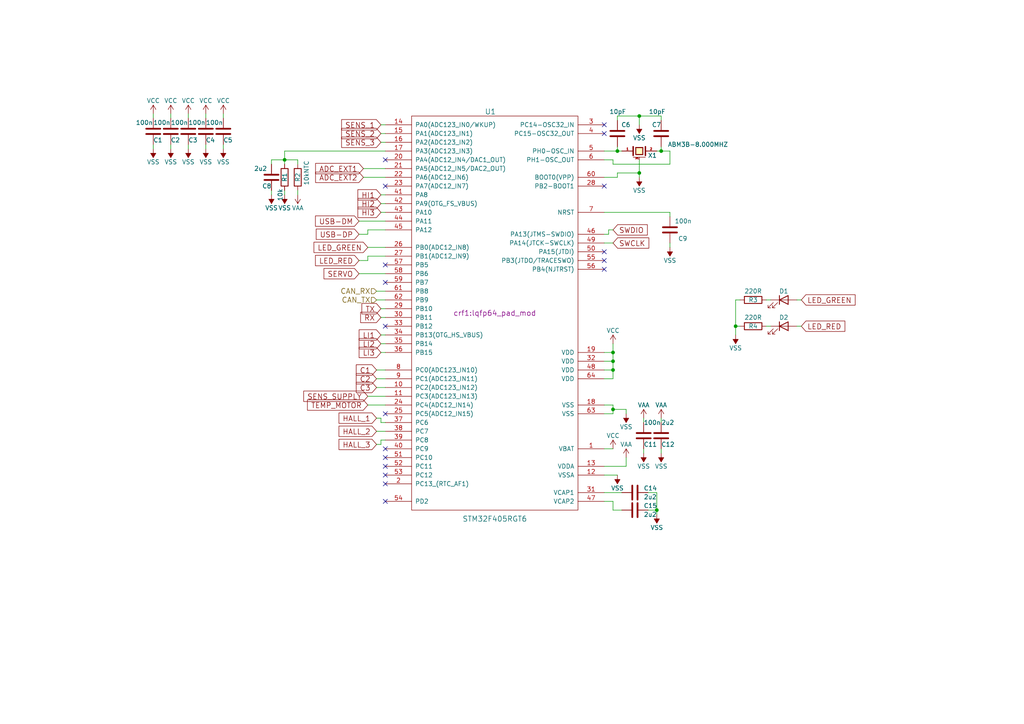
<source format=kicad_sch>
(kicad_sch (version 20211123) (generator eeschema)
  (paper "A4")
  (lib_symbols
    (symbol "Device:C" (pin_numbers hide) (pin_names (offset 0.254))
      (property "Reference" "C" (at 0.635 2.54 0))
      (property "Value" "C" (at 0.635 -2.54 0))
      (symbol "C_0_1"
        (polyline (pts (xy -2.032 -0.762) (xy 2.032 -0.762)) (stroke (width 0.508)))
        (polyline (pts (xy -2.032 0.762) (xy 2.032 0.762)) (stroke (width 0.508)))
      )
      (symbol "C_1_1"
        (pin passive line (at 0 3.81 270) (length 2.794) (name "~") (number "1"))
        (pin passive line (at 0 -3.81 90) (length 2.794) (name "~") (number "2"))
      )
    )
    (symbol "Device:LED" (pin_numbers hide) (pin_names (offset 1.016) hide)
      (property "Reference" "D" (at 0 2.54 0))
      (property "Value" "LED" (at 0 -2.54 0))
      (symbol "LED_0_1"
        (polyline (pts (xy -1.27 -1.27) (xy -1.27 1.27)) (stroke (width 0.254)))
        (polyline (pts (xy -1.27 0) (xy 1.27 0)))
        (polyline (pts (xy 1.27 -1.27) (xy 1.27 1.27) (xy -1.27 0) (xy 1.27 -1.27)) (stroke (width 0.254)))
        (polyline (pts (xy -3.048 -0.762) (xy -4.572 -2.286) (xy -3.81 -2.286) (xy -4.572 -2.286) (xy -4.572 -1.524)))
        (polyline (pts (xy -1.778 -0.762) (xy -3.302 -2.286) (xy -2.54 -2.286) (xy -3.302 -2.286) (xy -3.302 -1.524)))
      )
      (symbol "LED_1_1"
        (pin passive line (at -3.81 0 0) (length 2.54) (name "K") (number "1"))
        (pin passive line (at 3.81 0 180) (length 2.54) (name "A") (number "2"))
      )
    )
    (symbol "Device:R" (pin_numbers hide) (pin_names (offset 0))
      (property "Reference" "R" (at 2.032 0 90))
      (property "Value" "R" (at 0 0 90))
      (symbol "R_0_1"
        (rectangle (start -1.016 -2.54) (end 1.016 2.54) (stroke (width 0.254)))
      )
      (symbol "R_1_1"
        (pin passive line (at 0 3.81 270) (length 1.27) (name "~") (number "1"))
        (pin passive line (at 0 -3.81 90) (length 1.27) (name "~") (number "2"))
      )
    )
    (symbol "MINI VESC-rescue:CRYSTAL_SMD-RESCUE-MINI_VESC" (pin_names (offset 1.016) hide)
      (property "Reference" "X" (at 0 2.286 0))
      (property "Value" "CRYSTAL_SMD-RESCUE-MINI_VESC" (at 0.762 -2.794 0))
      (symbol "CRYSTAL_SMD-RESCUE-MINI_VESC_0_1"
        (polyline (pts (xy -1.778 -1.778) (xy 1.778 -1.778)))
        (polyline (pts (xy -1.778 1.27) (xy -1.778 -1.27)) (stroke (width 0.4064)))
        (polyline (pts (xy 1.778 1.27) (xy 1.778 -1.27)) (stroke (width 0.4064)))
        (polyline (pts (xy -1.016 1.016) (xy 1.016 1.016) (xy 1.016 -1.016) (xy -1.016 -1.016) (xy -1.016 1.016)) (stroke (width 0.3048)) (fill (type background)))
      )
      (symbol "CRYSTAL_SMD-RESCUE-MINI_VESC_1_1"
        (pin passive line (at -5.08 0 0) (length 3.302) (name "1") (number "1"))
        (pin passive line (at 5.08 0 180) (length 3.302) (name "2") (number "2"))
        (pin passive line (at 0 -2.54 90) (length 0.762) (name "case") (number "3"))
      )
    )
    (symbol "MINI VESC-rescue:STM32F40X_LQFP64-RESCUE-MINI_VESC" (pin_names (offset 1.016))
      (property "Reference" "U" (at -1.27 58.42 0))
      (property "Value" "STM32F40X_LQFP64-RESCUE-MINI_VESC" (at 0 -59.69 0))
      (symbol "STM32F40X_LQFP64-RESCUE-MINI_VESC_0_1"
        (rectangle (start -24.13 57.15) (end 24.13 -57.15))
      )
      (symbol "STM32F40X_LQFP64-RESCUE-MINI_VESC_1_1"
        (pin power_in line (at 31.75 -39.37 180) (length 7.62) (name "VBAT") (number "1"))
        (pin bidirectional line (at -31.75 -21.59 0) (length 7.62) (name "PC2(ADC123_IN12)") (number "10"))
        (pin bidirectional line (at -31.75 -24.13 0) (length 7.62) (name "PC3(ADC123_IN13)") (number "11"))
        (pin power_in line (at 31.75 -46.99 180) (length 7.62) (name "VSSA") (number "12"))
        (pin power_in line (at 31.75 -44.45 180) (length 7.62) (name "VDDA") (number "13"))
        (pin bidirectional line (at -31.75 54.61 0) (length 7.62) (name "PA0(ADC123_IN0/WKUP)") (number "14"))
        (pin bidirectional line (at -31.75 52.07 0) (length 7.62) (name "PA1(ADC123_IN1)") (number "15"))
        (pin bidirectional line (at -31.75 49.53 0) (length 7.62) (name "PA2(ADC123_IN2)") (number "16"))
        (pin bidirectional line (at -31.75 46.99 0) (length 7.62) (name "PA3(ADC123_IN3)") (number "17"))
        (pin power_in line (at 31.75 -26.67 180) (length 7.62) (name "VSS") (number "18"))
        (pin power_in line (at 31.75 -11.43 180) (length 7.62) (name "VDD") (number "19"))
        (pin bidirectional line (at -31.75 -49.53 0) (length 7.62) (name "PC13_(RTC_AF1)") (number "2"))
        (pin bidirectional line (at -31.75 44.45 0) (length 7.62) (name "PA4(ADC12_IN4/DAC1_OUT)") (number "20"))
        (pin bidirectional line (at -31.75 41.91 0) (length 7.62) (name "PA5(ADC12_IN5/DAC2_OUT)") (number "21"))
        (pin bidirectional line (at -31.75 39.37 0) (length 7.62) (name "PA6(ADC12_IN6)") (number "22"))
        (pin bidirectional line (at -31.75 36.83 0) (length 7.62) (name "PA7(ADC12_IN7)") (number "23"))
        (pin bidirectional line (at -31.75 -26.67 0) (length 7.62) (name "PC4(ADC12_IN14)") (number "24"))
        (pin bidirectional line (at -31.75 -29.21 0) (length 7.62) (name "PC5(ADC12_IN15)") (number "25"))
        (pin bidirectional line (at -31.75 19.05 0) (length 7.62) (name "PB0(ADC12_IN8)") (number "26"))
        (pin bidirectional line (at -31.75 16.51 0) (length 7.62) (name "PB1(ADC12_IN9)") (number "27"))
        (pin bidirectional line (at 31.75 36.83 180) (length 7.62) (name "PB2-BOOT1") (number "28"))
        (pin bidirectional line (at -31.75 1.27 0) (length 7.62) (name "PB10") (number "29"))
        (pin bidirectional line (at 31.75 54.61 180) (length 7.62) (name "PC14-OSC32_IN") (number "3"))
        (pin bidirectional line (at -31.75 -1.27 0) (length 7.62) (name "PB11") (number "30"))
        (pin power_out line (at 31.75 -52.07 180) (length 7.62) (name "VCAP1") (number "31"))
        (pin power_in line (at 31.75 -13.97 180) (length 7.62) (name "VDD") (number "32"))
        (pin bidirectional line (at -31.75 -3.81 0) (length 7.62) (name "PB12") (number "33"))
        (pin bidirectional line (at -31.75 -6.35 0) (length 7.62) (name "PB13(OTG_HS_VBUS)") (number "34"))
        (pin bidirectional line (at -31.75 -8.89 0) (length 7.62) (name "PB14") (number "35"))
        (pin bidirectional line (at -31.75 -11.43 0) (length 7.62) (name "PB15") (number "36"))
        (pin bidirectional line (at -31.75 -31.75 0) (length 7.62) (name "PC6") (number "37"))
        (pin bidirectional line (at -31.75 -34.29 0) (length 7.62) (name "PC7") (number "38"))
        (pin bidirectional line (at -31.75 -36.83 0) (length 7.62) (name "PC8") (number "39"))
        (pin power_in line (at 31.75 52.07 180) (length 7.62) (name "PC15-OSC32_OUT") (number "4"))
        (pin bidirectional line (at -31.75 -39.37 0) (length 7.62) (name "PC9") (number "40"))
        (pin bidirectional line (at -31.75 34.29 0) (length 7.62) (name "PA8") (number "41"))
        (pin bidirectional line (at -31.75 31.75 0) (length 7.62) (name "PA9(OTG_FS_VBUS)") (number "42"))
        (pin bidirectional line (at -31.75 29.21 0) (length 7.62) (name "PA10") (number "43"))
        (pin bidirectional line (at -31.75 26.67 0) (length 7.62) (name "PA11") (number "44"))
        (pin bidirectional line (at -31.75 24.13 0) (length 7.62) (name "PA12") (number "45"))
        (pin bidirectional line (at 31.75 22.86 180) (length 7.62) (name "PA13(JTMS-SWDIO)") (number "46"))
        (pin power_out line (at 31.75 -54.61 180) (length 7.62) (name "VCAP2") (number "47"))
        (pin power_in line (at 31.75 -16.51 180) (length 7.62) (name "VDD") (number "48"))
        (pin bidirectional line (at 31.75 20.32 180) (length 7.62) (name "PA14(JTCK-SWCLK)") (number "49"))
        (pin bidirectional line (at 31.75 46.99 180) (length 7.62) (name "PH0-OSC_IN") (number "5"))
        (pin bidirectional line (at 31.75 17.78 180) (length 7.62) (name "PA15(JTDI)") (number "50"))
        (pin bidirectional line (at -31.75 -41.91 0) (length 7.62) (name "PC10") (number "51"))
        (pin bidirectional line (at -31.75 -44.45 0) (length 7.62) (name "PC11") (number "52"))
        (pin bidirectional line (at -31.75 -46.99 0) (length 7.62) (name "PC12") (number "53"))
        (pin bidirectional line (at -31.75 -54.61 0) (length 7.62) (name "PD2") (number "54"))
        (pin bidirectional line (at 31.75 15.24 180) (length 7.62) (name "PB3(JTDO/TRACESWO)") (number "55"))
        (pin bidirectional line (at 31.75 12.7 180) (length 7.62) (name "PB4(NJTRST)") (number "56"))
        (pin bidirectional line (at -31.75 13.97 0) (length 7.62) (name "PB5") (number "57"))
        (pin bidirectional line (at -31.75 11.43 0) (length 7.62) (name "PB6") (number "58"))
        (pin bidirectional line (at -31.75 8.89 0) (length 7.62) (name "PB7") (number "59"))
        (pin bidirectional line (at 31.75 44.45 180) (length 7.62) (name "PH1-OSC_OUT") (number "6"))
        (pin input line (at 31.75 39.37 180) (length 7.62) (name "BOOT0(VPP)") (number "60"))
        (pin bidirectional line (at -31.75 6.35 0) (length 7.62) (name "PB8") (number "61"))
        (pin bidirectional line (at -31.75 3.81 0) (length 7.62) (name "PB9") (number "62"))
        (pin power_in line (at 31.75 -29.21 180) (length 7.62) (name "VSS") (number "63"))
        (pin power_in line (at 31.75 -19.05 180) (length 7.62) (name "VDD") (number "64"))
        (pin bidirectional line (at 31.75 29.21 180) (length 7.62) (name "NRST") (number "7"))
        (pin bidirectional line (at -31.75 -16.51 0) (length 7.62) (name "PC0(ADC123_IN10)") (number "8"))
        (pin bidirectional line (at -31.75 -19.05 0) (length 7.62) (name "PC1(ADC123_IN11)") (number "9"))
      )
    )
    (symbol "power:VAA" (power) (pin_names (offset 0))
      (property "Value" "VAA" (at 0 3.81 0))
      (symbol "VAA_0_1"
        (polyline (pts (xy -0.762 1.27) (xy 0 2.54)))
        (polyline (pts (xy 0 0) (xy 0 2.54)))
        (polyline (pts (xy 0 2.54) (xy 0.762 1.27)))
      )
      (symbol "VAA_1_1"
        (pin power_in line (at 0 0 90) (length 0) hide (name "VAA") (number "1"))
      )
    )
    (symbol "power:VCC" (power) (pin_names (offset 0))
      (property "Value" "VCC" (at 0 3.81 0))
      (symbol "VCC_0_1"
        (polyline (pts (xy -0.762 1.27) (xy 0 2.54)))
        (polyline (pts (xy 0 0) (xy 0 2.54)))
        (polyline (pts (xy 0 2.54) (xy 0.762 1.27)))
      )
      (symbol "VCC_1_1"
        (pin power_in line (at 0 0 90) (length 0) hide (name "VCC") (number "1"))
      )
    )
    (symbol "power:VSS" (power) (pin_names (offset 0))
      (property "Value" "VSS" (at 0 3.81 0))
      (symbol "VSS_0_1"
        (polyline (pts (xy 0 0) (xy 0 2.54)))
        (polyline (pts (xy 0.762 1.27) (xy -0.762 1.27) (xy 0 2.54) (xy 0.762 1.27)) (fill (type outline)))
      )
      (symbol "VSS_1_1"
        (pin power_in line (at 0 0 90) (length 0) hide (name "VSS") (number "1"))
      )
    )
  )
  (junction (at 177.8 102.235))
  (junction (at 191.77 43.815))
  (junction (at 185.42 50.165))
  (junction (at 82.55 46.355))
  (junction (at 190.5 147.955))
  (junction (at 185.42 33.655))
  (junction (at 177.8 118.745))
  (junction (at 177.8 107.315))
  (junction (at 177.8 104.775))
  (junction (at 213.36 94.615))
  (junction (at 179.07 43.815))
  (no_connect (at 111.76 76.835))
  (no_connect (at 111.76 81.915))
  (no_connect (at 111.76 145.415))
  (no_connect (at 111.76 46.355))
  (no_connect (at 111.76 132.715))
  (no_connect (at 175.26 78.105))
  (no_connect (at 175.26 53.975))
  (no_connect (at 111.76 130.175))
  (no_connect (at 111.76 135.255))
  (no_connect (at 175.26 38.735))
  (no_connect (at 111.76 53.975))
  (no_connect (at 111.76 137.795))
  (no_connect (at 111.76 120.015))
  (no_connect (at 175.26 73.025))
  (no_connect (at 111.76 94.615))
  (no_connect (at 175.26 36.195))
  (no_connect (at 111.76 140.335))
  (no_connect (at 175.26 75.565))
  (wire (pts (xy 59.69 33.02) (xy 59.69 34.29)))
  (wire (pts (xy 186.69 130.175) (xy 186.69 131.445)))
  (wire (pts (xy 109.22 121.285) (xy 110.49 121.285)))
  (wire (pts (xy 110.49 99.695) (xy 111.76 99.695)))
  (wire (pts (xy 179.07 33.655) (xy 185.42 33.655)))
  (wire (pts (xy 106.68 117.475) (xy 111.76 117.475)))
  (wire (pts (xy 231.14 94.615) (xy 232.41 94.615)))
  (wire (pts (xy 82.55 43.815) (xy 111.76 43.815)))
  (wire (pts (xy 187.96 142.875) (xy 190.5 142.875)))
  (wire (pts (xy 177.8 46.355) (xy 177.8 47.625)))
  (wire (pts (xy 106.68 75.565) (xy 106.68 74.295)))
  (wire (pts (xy 176.53 67.945) (xy 175.26 67.945)))
  (wire (pts (xy 105.41 48.895) (xy 111.76 48.895)))
  (wire (pts (xy 104.14 64.135) (xy 111.76 64.135)))
  (wire (pts (xy 177.8 102.235) (xy 175.26 102.235)))
  (wire (pts (xy 78.74 46.355) (xy 82.55 46.355)))
  (wire (pts (xy 110.49 89.535) (xy 111.76 89.535)))
  (wire (pts (xy 110.49 121.285) (xy 110.49 122.555)))
  (wire (pts (xy 190.5 147.955) (xy 190.5 149.225)))
  (wire (pts (xy 109.22 109.855) (xy 111.76 109.855)))
  (wire (pts (xy 109.22 107.315) (xy 111.76 107.315)))
  (wire (pts (xy 175.26 51.435) (xy 179.07 51.435)))
  (wire (pts (xy 194.31 61.595) (xy 194.31 62.865)))
  (wire (pts (xy 110.49 41.275) (xy 111.76 41.275)))
  (wire (pts (xy 59.69 41.91) (xy 59.69 43.18)))
  (wire (pts (xy 64.77 33.02) (xy 64.77 34.29)))
  (wire (pts (xy 175.26 142.875) (xy 180.34 142.875)))
  (wire (pts (xy 110.49 36.195) (xy 111.76 36.195)))
  (wire (pts (xy 176.53 66.675) (xy 176.53 67.945)))
  (wire (pts (xy 106.68 74.295) (xy 111.76 74.295)))
  (wire (pts (xy 179.07 51.435) (xy 179.07 50.165)))
  (wire (pts (xy 104.14 67.945) (xy 106.68 67.945)))
  (wire (pts (xy 109.22 125.095) (xy 111.76 125.095)))
  (wire (pts (xy 191.77 121.285) (xy 191.77 122.555)))
  (wire (pts (xy 109.22 128.905) (xy 110.49 128.905)))
  (wire (pts (xy 44.45 33.02) (xy 44.45 34.29)))
  (wire (pts (xy 110.49 38.735) (xy 111.76 38.735)))
  (wire (pts (xy 49.53 33.02) (xy 49.53 34.29)))
  (wire (pts (xy 186.69 121.285) (xy 186.69 122.555)))
  (wire (pts (xy 86.36 46.355) (xy 86.36 47.625)))
  (wire (pts (xy 110.49 127.635) (xy 111.76 127.635)))
  (wire (pts (xy 177.8 145.415) (xy 177.8 147.955)))
  (wire (pts (xy 86.36 55.245) (xy 86.36 56.515)))
  (wire (pts (xy 175.26 137.795) (xy 179.07 137.795)))
  (wire (pts (xy 175.26 145.415) (xy 177.8 145.415)))
  (wire (pts (xy 179.07 43.815) (xy 180.34 43.815)))
  (wire (pts (xy 179.07 34.925) (xy 179.07 33.655)))
  (wire (pts (xy 177.8 99.695) (xy 177.8 102.235)))
  (wire (pts (xy 177.8 109.855) (xy 175.26 109.855)))
  (wire (pts (xy 110.49 59.055) (xy 111.76 59.055)))
  (wire (pts (xy 231.14 86.995) (xy 232.41 86.995)))
  (wire (pts (xy 78.74 56.515) (xy 78.74 55.245)))
  (wire (pts (xy 106.68 114.935) (xy 111.76 114.935)))
  (wire (pts (xy 175.26 46.355) (xy 177.8 46.355)))
  (wire (pts (xy 185.42 36.195) (xy 185.42 33.655)))
  (wire (pts (xy 181.61 135.255) (xy 181.61 132.715)))
  (wire (pts (xy 179.07 42.545) (xy 179.07 43.815)))
  (wire (pts (xy 49.53 41.91) (xy 49.53 43.18)))
  (wire (pts (xy 177.8 102.235) (xy 177.8 104.775)))
  (wire (pts (xy 177.8 66.675) (xy 176.53 66.675)))
  (wire (pts (xy 175.26 43.815) (xy 179.07 43.815)))
  (wire (pts (xy 191.77 43.815) (xy 190.5 43.815)))
  (wire (pts (xy 110.49 97.155) (xy 111.76 97.155)))
  (wire (pts (xy 54.61 41.91) (xy 54.61 43.18)))
  (wire (pts (xy 104.14 79.375) (xy 111.76 79.375)))
  (wire (pts (xy 177.8 104.775) (xy 177.8 107.315)))
  (wire (pts (xy 175.26 104.775) (xy 177.8 104.775)))
  (wire (pts (xy 175.26 135.255) (xy 181.61 135.255)))
  (wire (pts (xy 194.31 47.625) (xy 194.31 43.815)))
  (wire (pts (xy 214.63 94.615) (xy 213.36 94.615)))
  (wire (pts (xy 106.68 66.675) (xy 111.76 66.675)))
  (wire (pts (xy 109.22 86.995) (xy 111.76 86.995)))
  (wire (pts (xy 110.49 128.905) (xy 110.49 127.635)))
  (wire (pts (xy 82.55 46.355) (xy 82.55 47.625)))
  (wire (pts (xy 110.49 122.555) (xy 111.76 122.555)))
  (wire (pts (xy 185.42 33.655) (xy 191.77 33.655)))
  (wire (pts (xy 177.8 117.475) (xy 175.26 117.475)))
  (wire (pts (xy 78.74 47.625) (xy 78.74 46.355)))
  (wire (pts (xy 109.22 112.395) (xy 111.76 112.395)))
  (wire (pts (xy 177.8 47.625) (xy 194.31 47.625)))
  (wire (pts (xy 194.31 71.755) (xy 194.31 70.485)))
  (wire (pts (xy 104.14 75.565) (xy 106.68 75.565)))
  (wire (pts (xy 175.26 107.315) (xy 177.8 107.315)))
  (wire (pts (xy 213.36 86.995) (xy 214.63 86.995)))
  (wire (pts (xy 110.49 56.515) (xy 111.76 56.515)))
  (wire (pts (xy 110.49 92.075) (xy 111.76 92.075)))
  (wire (pts (xy 185.42 51.435) (xy 185.42 50.165)))
  (wire (pts (xy 82.55 46.355) (xy 86.36 46.355)))
  (wire (pts (xy 177.8 130.175) (xy 175.26 130.175)))
  (wire (pts (xy 177.8 120.015) (xy 177.8 118.745)))
  (wire (pts (xy 185.42 50.165) (xy 185.42 46.355)))
  (wire (pts (xy 177.8 118.745) (xy 177.8 117.475)))
  (wire (pts (xy 213.36 97.155) (xy 213.36 94.615)))
  (wire (pts (xy 191.77 33.655) (xy 191.77 34.925)))
  (wire (pts (xy 110.49 102.235) (xy 111.76 102.235)))
  (wire (pts (xy 177.8 107.315) (xy 177.8 109.855)))
  (wire (pts (xy 191.77 42.545) (xy 191.77 43.815)))
  (wire (pts (xy 82.55 43.815) (xy 82.55 46.355)))
  (wire (pts (xy 54.61 33.02) (xy 54.61 34.29)))
  (wire (pts (xy 106.68 67.945) (xy 106.68 66.675)))
  (wire (pts (xy 179.07 50.165) (xy 185.42 50.165)))
  (wire (pts (xy 177.8 118.745) (xy 181.61 118.745)))
  (wire (pts (xy 191.77 130.175) (xy 191.77 131.445)))
  (wire (pts (xy 177.8 147.955) (xy 180.34 147.955)))
  (wire (pts (xy 175.26 120.015) (xy 177.8 120.015)))
  (wire (pts (xy 105.41 51.435) (xy 111.76 51.435)))
  (wire (pts (xy 222.25 86.995) (xy 223.52 86.995)))
  (wire (pts (xy 106.68 71.755) (xy 111.76 71.755)))
  (wire (pts (xy 181.61 118.745) (xy 181.61 120.015)))
  (wire (pts (xy 44.45 41.91) (xy 44.45 43.18)))
  (wire (pts (xy 222.25 94.615) (xy 223.52 94.615)))
  (wire (pts (xy 190.5 147.955) (xy 187.96 147.955)))
  (wire (pts (xy 64.77 41.91) (xy 64.77 43.18)))
  (wire (pts (xy 194.31 61.595) (xy 175.26 61.595)))
  (wire (pts (xy 190.5 142.875) (xy 190.5 147.955)))
  (wire (pts (xy 82.55 55.245) (xy 82.55 56.515)))
  (wire (pts (xy 109.22 84.455) (xy 111.76 84.455)))
  (wire (pts (xy 194.31 43.815) (xy 191.77 43.815)))
  (wire (pts (xy 110.49 61.595) (xy 111.76 61.595)))
  (wire (pts (xy 213.36 94.615) (xy 213.36 86.995)))
  (wire (pts (xy 177.8 70.485) (xy 175.26 70.485)))
  (global_label "TEMP_MOTOR" (shape input) (at 106.68 117.475 180) (effects (font (size 1.524 1.524))) (property "Intersheet References" "${INTERSHEET_REFS}" (effects hide)))
  (global_label "SWDIO" (shape input) (at 177.8 66.675 0) (effects (font (size 1.524 1.524))) (property "Intersheet References" "${INTERSHEET_REFS}" (effects hide)))
  (global_label "HI2" (shape input) (at 110.49 59.055 180) (effects (font (size 1.524 1.524))) (property "Intersheet References" "${INTERSHEET_REFS}" (effects hide)))
  (global_label "SENS_1" (shape input) (at 110.49 36.195 180) (effects (font (size 1.524 1.524))) (property "Intersheet References" "${INTERSHEET_REFS}" (effects hide)))
  (global_label "USB-DP" (shape input) (at 104.14 67.945 180) (effects (font (size 1.524 1.524))) (property "Intersheet References" "${INTERSHEET_REFS}" (effects hide)))
  (global_label "LI2" (shape input) (at 110.49 99.695 180) (effects (font (size 1.524 1.524))) (property "Intersheet References" "${INTERSHEET_REFS}" (effects hide)))
  (global_label "HALL_2" (shape input) (at 109.22 125.095 180) (effects (font (size 1.524 1.524))) (property "Intersheet References" "${INTERSHEET_REFS}" (effects hide)))
  (global_label "LED_GREEN" (shape input) (at 106.68 71.755 180) (effects (font (size 1.524 1.524))) (property "Intersheet References" "${INTERSHEET_REFS}" (effects hide)))
  (global_label "HALL_3" (shape input) (at 109.22 128.905 180) (effects (font (size 1.524 1.524))) (property "Intersheet References" "${INTERSHEET_REFS}" (effects hide)))
  (global_label "SERVO" (shape input) (at 104.14 79.375 180) (effects (font (size 1.524 1.524))) (property "Intersheet References" "${INTERSHEET_REFS}" (effects hide)))
  (global_label "LED_RED" (shape input) (at 232.41 94.615 0) (effects (font (size 1.524 1.524))) (property "Intersheet References" "${INTERSHEET_REFS}" (effects hide)))
  (global_label "LED_GREEN" (shape input) (at 232.41 86.995 0) (effects (font (size 1.524 1.524))) (property "Intersheet References" "${INTERSHEET_REFS}" (effects hide)))
  (global_label "LI1" (shape input) (at 110.49 97.155 180) (effects (font (size 1.524 1.524))) (property "Intersheet References" "${INTERSHEET_REFS}" (effects hide)))
  (global_label "C1" (shape input) (at 109.22 107.315 180) (effects (font (size 1.524 1.524))) (property "Intersheet References" "${INTERSHEET_REFS}" (effects hide)))
  (global_label "SENS_2" (shape input) (at 110.49 38.735 180) (effects (font (size 1.524 1.524))) (property "Intersheet References" "${INTERSHEET_REFS}" (effects hide)))
  (global_label "C3" (shape input) (at 109.22 112.395 180) (effects (font (size 1.524 1.524))) (property "Intersheet References" "${INTERSHEET_REFS}" (effects hide)))
  (global_label "HI3" (shape input) (at 110.49 61.595 180) (effects (font (size 1.524 1.524))) (property "Intersheet References" "${INTERSHEET_REFS}" (effects hide)))
  (global_label "ADC_EXT1" (shape input) (at 105.41 48.895 180) (effects (font (size 1.524 1.524))) (property "Intersheet References" "${INTERSHEET_REFS}" (effects hide)))
  (global_label "RX" (shape input) (at 110.49 92.075 180) (effects (font (size 1.524 1.524))) (property "Intersheet References" "${INTERSHEET_REFS}" (effects hide)))
  (global_label "USB-DM" (shape input) (at 104.14 64.135 180) (effects (font (size 1.524 1.524))) (property "Intersheet References" "${INTERSHEET_REFS}" (effects hide)))
  (global_label "LED_RED" (shape input) (at 104.14 75.565 180) (effects (font (size 1.524 1.524))) (property "Intersheet References" "${INTERSHEET_REFS}" (effects hide)))
  (global_label "LI3" (shape input) (at 110.49 102.235 180) (effects (font (size 1.524 1.524))) (property "Intersheet References" "${INTERSHEET_REFS}" (effects hide)))
  (global_label "TX" (shape input) (at 110.49 89.535 180) (effects (font (size 1.524 1.524))) (property "Intersheet References" "${INTERSHEET_REFS}" (effects hide)))
  (global_label "SWCLK" (shape input) (at 177.8 70.485 0) (effects (font (size 1.524 1.524))) (property "Intersheet References" "${INTERSHEET_REFS}" (effects hide)))
  (global_label "SENS_3" (shape input) (at 110.49 41.275 180) (effects (font (size 1.524 1.524))) (property "Intersheet References" "${INTERSHEET_REFS}" (effects hide)))
  (global_label "ADC_EXT2" (shape input) (at 105.41 51.435 180) (effects (font (size 1.524 1.524))) (property "Intersheet References" "${INTERSHEET_REFS}" (effects hide)))
  (global_label "SENS_SUPPLY" (shape input) (at 106.68 114.935 180) (effects (font (size 1.524 1.524))) (property "Intersheet References" "${INTERSHEET_REFS}" (effects hide)))
  (global_label "C2" (shape input) (at 109.22 109.855 180) (effects (font (size 1.524 1.524))) (property "Intersheet References" "${INTERSHEET_REFS}" (effects hide)))
  (global_label "HALL_1" (shape input) (at 109.22 121.285 180) (effects (font (size 1.524 1.524))) (property "Intersheet References" "${INTERSHEET_REFS}" (effects hide)))
  (global_label "HI1" (shape input) (at 110.49 56.515 180) (effects (font (size 1.524 1.524))) (property "Intersheet References" "${INTERSHEET_REFS}" (effects hide)))
  (hierarchical_label "CAN_RX" (shape input) (at 109.22 84.455 180) (effects (font (size 1.524 1.524))))
  (hierarchical_label "CAN_TX" (shape input) (at 109.22 86.995 180) (effects (font (size 1.524 1.524))))
  (symbol (lib_id "Device:C") (at 186.69 126.365 0) (unit 1)
    (property "Reference" "C11" (at 186.69 128.905 0) (effects (justify left)))
    (property "Value" "100n" (at 186.69 122.555 0) (effects (justify left)))
    (property "Footprint" "Capacitors_SMD:C_0603" (effects hide))
  )
  (symbol (lib_id "Device:C") (at 54.61 38.1 0) (unit 1)
    (property "Reference" "C3" (at 54.61 40.64 0) (effects (justify left)))
    (property "Value" "100n" (at 49.53 35.56 0) (effects (justify left)))
    (property "Footprint" "Capacitors_SMD:C_0603" (effects hide))
  )
  (symbol (lib_id "Device:C") (at 194.31 66.675 180) (unit 1)
    (property "Reference" "C9" (at 199.39 69.215 0) (effects (justify left)))
    (property "Value" "100n" (at 200.66 64.135 0) (effects (justify left)))
    (property "Footprint" "Capacitors_SMD:C_0603" (effects hide))
  )
  (symbol (lib_id "power:VCC") (at 59.69 33.02 0) (unit 1)
    (property "Reference" "#PWR0135" (effects hide))
    (property "Value" "VCC" (at 59.69 29.21 0))
  )
  (symbol (lib_id "Device:C") (at 49.53 38.1 0) (unit 1)
    (property "Reference" "C2" (at 49.53 40.64 0) (effects (justify left)))
    (property "Value" "100n" (at 44.45 35.56 0) (effects (justify left)))
    (property "Footprint" "Capacitors_SMD:C_0603" (effects hide))
  )
  (symbol (lib_id "power:VSS") (at 59.69 43.18 180) (unit 1)
    (property "Reference" "#PWR0126" (effects hide))
    (property "Value" "VSS" (at 59.69 46.99 0))
  )
  (symbol (lib_id "power:VSS") (at 185.42 36.195 180) (unit 1)
    (property "Reference" "#PWR0113" (effects hide))
    (property "Value" "VSS" (at 185.42 40.005 0))
  )
  (symbol (lib_id "power:VSS") (at 179.07 137.795 180) (unit 1)
    (property "Reference" "#PWR0106" (effects hide))
    (property "Value" "VSS" (at 179.07 141.605 0))
  )
  (symbol (lib_id "Device:C") (at 184.15 147.955 270) (unit 1)
    (property "Reference" "C15" (at 186.69 146.685 90) (effects (justify left)))
    (property "Value" "2u2" (at 186.69 149.225 90) (effects (justify left)))
    (property "Footprint" "Capacitors_SMD:C_0603" (effects hide))
  )
  (symbol (lib_id "power:VCC") (at 64.77 33.02 0) (unit 1)
    (property "Reference" "#PWR0134" (effects hide))
    (property "Value" "VCC" (at 64.77 29.21 0))
  )
  (symbol (lib_id "power:VCC") (at 177.8 130.175 0) (unit 1)
    (property "Reference" "#PWR0108" (effects hide))
    (property "Value" "VCC" (at 177.8 126.365 0))
  )
  (symbol (lib_id "Device:R") (at 218.44 94.615 90) (unit 1)
    (property "Reference" "R4" (at 218.44 94.615 90))
    (property "Value" "220R" (at 218.44 92.075 90))
    (property "Footprint" "Resistors_SMD:R_0603" (effects hide))
  )
  (symbol (lib_id "MINI VESC-rescue:CRYSTAL_SMD-RESCUE-MINI_VESC") (at 185.42 43.815 0) (unit 1)
    (property "Reference" "X1" (at 189.23 45.085 0))
    (property "Value" "ABM3B-8.000MHZ" (at 193.675 41.91 0) (effects (justify left)))
    (property "Footprint" "mojaKniznica:5x3.2KRISTALL" (effects hide))
  )
  (symbol (lib_id "power:VSS") (at 78.74 56.515 180) (unit 1)
    (property "Reference" "#PWR0101" (effects hide))
    (property "Value" "VSS" (at 78.74 60.325 0))
  )
  (symbol (lib_id "Device:C") (at 78.74 51.435 180) (unit 1)
    (property "Reference" "C8" (at 78.74 53.975 0) (effects (justify left)))
    (property "Value" "2u2" (at 77.47 48.895 0) (effects (justify left)))
    (property "Footprint" "Capacitors_SMD:C_0603" (effects hide))
  )
  (symbol (lib_id "Device:LED") (at 227.33 94.615 0) (unit 1)
    (property "Reference" "D2" (at 227.33 92.075 0))
    (property "Value" "LED" (effects hide))
    (property "Footprint" "Resistors_SMD:R_0603" (effects hide))
  )
  (symbol (lib_id "power:VAA") (at 186.69 121.285 0) (unit 1)
    (property "Reference" "#PWR0105" (effects hide))
    (property "Value" "VAA" (at 186.69 117.475 0))
  )
  (symbol (lib_id "power:VSS") (at 49.53 43.18 180) (unit 1)
    (property "Reference" "#PWR0130" (effects hide))
    (property "Value" "VSS" (at 49.53 46.99 0))
  )
  (symbol (lib_id "Device:LED") (at 227.33 86.995 0) (unit 1)
    (property "Reference" "D1" (at 227.33 84.455 0))
    (property "Value" "LED" (effects hide))
    (property "Footprint" "Resistors_SMD:R_0603" (effects hide))
  )
  (symbol (lib_id "power:VSS") (at 190.5 149.225 180) (unit 1)
    (property "Reference" "#PWR0107" (effects hide))
    (property "Value" "VSS" (at 190.5 153.035 0))
  )
  (symbol (lib_id "Device:C") (at 184.15 142.875 270) (unit 1)
    (property "Reference" "C14" (at 186.69 141.605 90) (effects (justify left)))
    (property "Value" "2u2" (at 186.69 144.145 90) (effects (justify left)))
    (property "Footprint" "Capacitors_SMD:C_0603" (effects hide))
  )
  (symbol (lib_id "power:VSS") (at 64.77 43.18 180) (unit 1)
    (property "Reference" "#PWR0127" (effects hide))
    (property "Value" "VSS" (at 64.77 46.99 0))
  )
  (symbol (lib_id "power:VSS") (at 82.55 56.515 180) (unit 1)
    (property "Reference" "#PWR0102" (effects hide))
    (property "Value" "VSS" (at 82.55 60.325 0))
  )
  (symbol (lib_id "power:VSS") (at 194.31 71.755 180) (unit 1)
    (property "Reference" "#PWR0117" (effects hide))
    (property "Value" "VSS" (at 194.31 75.565 0))
  )
  (symbol (lib_id "power:VAA") (at 86.36 56.515 180) (unit 1)
    (property "Reference" "#PWR0103" (effects hide))
    (property "Value" "VAA" (at 86.36 60.325 0))
  )
  (symbol (lib_id "power:VSS") (at 54.61 43.18 180) (unit 1)
    (property "Reference" "#PWR0128" (effects hide))
    (property "Value" "VSS" (at 54.61 46.99 0))
  )
  (symbol (lib_id "power:VSS") (at 185.42 51.435 180) (unit 1)
    (property "Reference" "#PWR0114" (effects hide))
    (property "Value" "VSS" (at 185.42 55.245 0))
  )
  (symbol (lib_id "power:VCC") (at 44.45 33.02 0) (unit 1)
    (property "Reference" "#PWR0133" (effects hide))
    (property "Value" "VCC" (at 44.45 29.21 0))
  )
  (symbol (lib_id "Device:R") (at 86.36 51.435 180) (unit 1)
    (property "Reference" "R2" (at 86.36 51.435 90))
    (property "Value" "10kNTC" (at 88.9 50.165 90))
    (property "Footprint" "Resistors_SMD:R_0603" (effects hide))
  )
  (symbol (lib_id "Device:C") (at 44.45 38.1 0) (unit 1)
    (property "Reference" "C1" (at 44.45 40.64 0) (effects (justify left)))
    (property "Value" "100n" (at 39.37 35.56 0) (effects (justify left)))
    (property "Footprint" "Capacitors_SMD:C_0603" (effects hide))
  )
  (symbol (lib_id "power:VSS") (at 191.77 131.445 180) (unit 1)
    (property "Reference" "#PWR0111" (effects hide))
    (property "Value" "VSS" (at 191.77 135.255 0))
  )
  (symbol (lib_id "Device:C") (at 59.69 38.1 0) (unit 1)
    (property "Reference" "C4" (at 59.69 40.64 0) (effects (justify left)))
    (property "Value" "100n" (at 54.61 35.56 0) (effects (justify left)))
    (property "Footprint" "Capacitors_SMD:C_0603" (effects hide))
  )
  (symbol (lib_id "Device:C") (at 191.77 38.735 180) (unit 1)
    (property "Reference" "C7" (at 191.77 36.195 0) (effects (justify left)))
    (property "Value" "10pF" (at 193.04 32.385 0) (effects (justify left)))
    (property "Footprint" "Capacitors_SMD:C_0603" (effects hide))
  )
  (symbol (lib_id "Device:C") (at 64.77 38.1 0) (unit 1)
    (property "Reference" "C5" (at 64.77 40.64 0) (effects (justify left)))
    (property "Value" "100n" (at 59.69 35.56 0) (effects (justify left)))
    (property "Footprint" "Capacitors_SMD:C_0603" (effects hide))
  )
  (symbol (lib_id "power:VSS") (at 186.69 131.445 180) (unit 1)
    (property "Reference" "#PWR0109" (effects hide))
    (property "Value" "VSS" (at 186.69 135.255 0))
  )
  (symbol (lib_id "Device:R") (at 218.44 86.995 90) (unit 1)
    (property "Reference" "R3" (at 218.44 86.995 90))
    (property "Value" "220R" (at 218.44 84.455 90))
    (property "Footprint" "Resistors_SMD:R_0603" (effects hide))
  )
  (symbol (lib_id "power:VCC") (at 54.61 33.02 0) (unit 1)
    (property "Reference" "#PWR0131" (effects hide))
    (property "Value" "VCC" (at 54.61 29.21 0))
  )
  (symbol (lib_id "MINI VESC-rescue:STM32F40X_LQFP64-RESCUE-MINI_VESC") (at 143.51 90.805 0) (unit 1)
    (property "Reference" "U1" (at 142.24 32.385 0) (effects (font (size 1.524 1.524))))
    (property "Value" "STM32F405RGT6" (at 143.51 150.495 0) (effects (font (size 1.524 1.524))))
    (property "Footprint" "crf1:lqfp64_pad_mod" (at 143.51 90.805 0) (effects (font (size 1.524 1.524))))
  )
  (symbol (lib_id "power:VAA") (at 181.61 132.715 0) (unit 1)
    (property "Reference" "#PWR0110" (effects hide))
    (property "Value" "VAA" (at 181.61 128.905 0))
  )
  (symbol (lib_id "Device:C") (at 179.07 38.735 180) (unit 1)
    (property "Reference" "C6" (at 182.88 36.195 0) (effects (justify left)))
    (property "Value" "10pF" (at 181.61 32.385 0) (effects (justify left)))
    (property "Footprint" "Capacitors_SMD:C_0603" (effects hide))
  )
  (symbol (lib_id "power:VSS") (at 44.45 43.18 180) (unit 1)
    (property "Reference" "#PWR0129" (effects hide))
    (property "Value" "VSS" (at 44.45 46.99 0))
  )
  (symbol (lib_id "power:VSS") (at 213.36 97.155 180) (unit 1)
    (property "Reference" "#PWR0118" (effects hide))
    (property "Value" "VSS" (at 213.36 100.965 0))
  )
  (symbol (lib_id "power:VAA") (at 191.77 121.285 0) (unit 1)
    (property "Reference" "#PWR0104" (effects hide))
    (property "Value" "VAA" (at 191.77 117.475 0))
  )
  (symbol (lib_id "power:VSS") (at 181.61 120.015 180) (unit 1)
    (property "Reference" "#PWR0112" (effects hide))
    (property "Value" "VSS" (at 181.61 123.825 0))
  )
  (symbol (lib_id "power:VCC") (at 177.8 99.695 0) (unit 1)
    (property "Reference" "#PWR0115" (effects hide))
    (property "Value" "VCC" (at 177.8 95.885 0))
  )
  (symbol (lib_id "Device:C") (at 191.77 126.365 0) (unit 1)
    (property "Reference" "C12" (at 191.77 128.905 0) (effects (justify left)))
    (property "Value" "2u2" (at 191.77 122.555 0) (effects (justify left)))
    (property "Footprint" "Capacitors_SMD:C_0603" (effects hide))
  )
  (symbol (lib_id "Device:R") (at 82.55 51.435 180) (unit 1)
    (property "Reference" "R1" (at 82.55 51.435 90))
    (property "Value" "10k" (at 81.28 56.515 90))
    (property "Footprint" "Resistors_SMD:R_0603" (effects hide))
  )
  (symbol (lib_id "power:VCC") (at 49.53 33.02 0) (unit 1)
    (property "Reference" "#PWR0132" (effects hide))
    (property "Value" "VCC" (at 49.53 29.21 0))
  )
)
</source>
